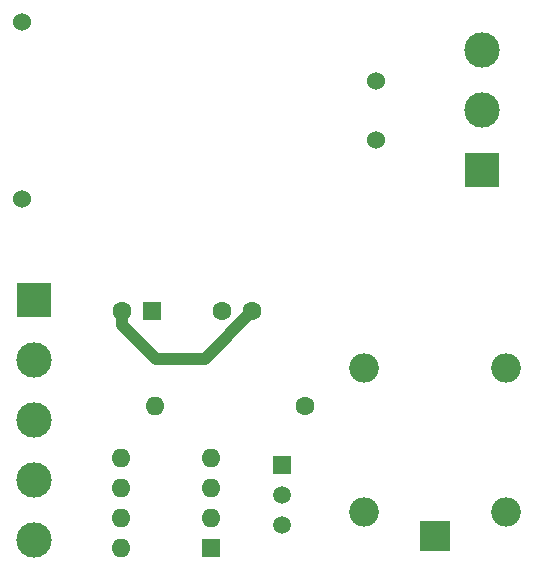
<source format=gbr>
G04 #@! TF.GenerationSoftware,KiCad,Pcbnew,(5.1.2)-2*
G04 #@! TF.CreationDate,2021-01-09T13:54:27+05:30*
G04 #@! TF.ProjectId,four way switch,666f7572-2077-4617-9920-737769746368,rev?*
G04 #@! TF.SameCoordinates,Original*
G04 #@! TF.FileFunction,Copper,L2,Bot*
G04 #@! TF.FilePolarity,Positive*
%FSLAX46Y46*%
G04 Gerber Fmt 4.6, Leading zero omitted, Abs format (unit mm)*
G04 Created by KiCad (PCBNEW (5.1.2)-2) date 2021-01-09 13:54:27*
%MOMM*%
%LPD*%
G04 APERTURE LIST*
%ADD10R,1.500000X1.500000*%
%ADD11C,1.500000*%
%ADD12O,1.600000X1.600000*%
%ADD13R,1.600000X1.600000*%
%ADD14C,1.524000*%
%ADD15C,1.600000*%
%ADD16O,2.500000X2.500000*%
%ADD17R,2.500000X2.500000*%
%ADD18C,3.000000*%
%ADD19R,3.000000X3.000000*%
%ADD20C,1.000000*%
G04 APERTURE END LIST*
D10*
X170000000Y-75000000D03*
D11*
X170000000Y-80080000D03*
X170000000Y-77540000D03*
D12*
X156380000Y-82000000D03*
X164000000Y-74380000D03*
X156380000Y-79460000D03*
X164000000Y-76920000D03*
X156380000Y-76920000D03*
X164000000Y-79460000D03*
X156380000Y-74380000D03*
D13*
X164000000Y-82000000D03*
D14*
X148000000Y-37500000D03*
X148000000Y-52500000D03*
X178000000Y-42500000D03*
X178000000Y-47500000D03*
D12*
X159300000Y-70000000D03*
D15*
X172000000Y-70000000D03*
D16*
X177000000Y-79000000D03*
X177000000Y-66800000D03*
X189000000Y-66800000D03*
X189000000Y-79000000D03*
D17*
X183000000Y-81000000D03*
D18*
X149000000Y-81320000D03*
X149000000Y-76240000D03*
D19*
X149000000Y-61000000D03*
D18*
X149000000Y-71160000D03*
X149000000Y-66080000D03*
X187000000Y-39840000D03*
X187000000Y-44920000D03*
D19*
X187000000Y-50000000D03*
D15*
X167500000Y-62000000D03*
X165000000Y-62000000D03*
X156500000Y-62000000D03*
D13*
X159000000Y-62000000D03*
D20*
X156500000Y-63131370D02*
X159368630Y-66000000D01*
X156500000Y-62000000D02*
X156500000Y-63131370D01*
X163500000Y-66000000D02*
X167500000Y-62000000D01*
X159368630Y-66000000D02*
X163500000Y-66000000D01*
M02*

</source>
